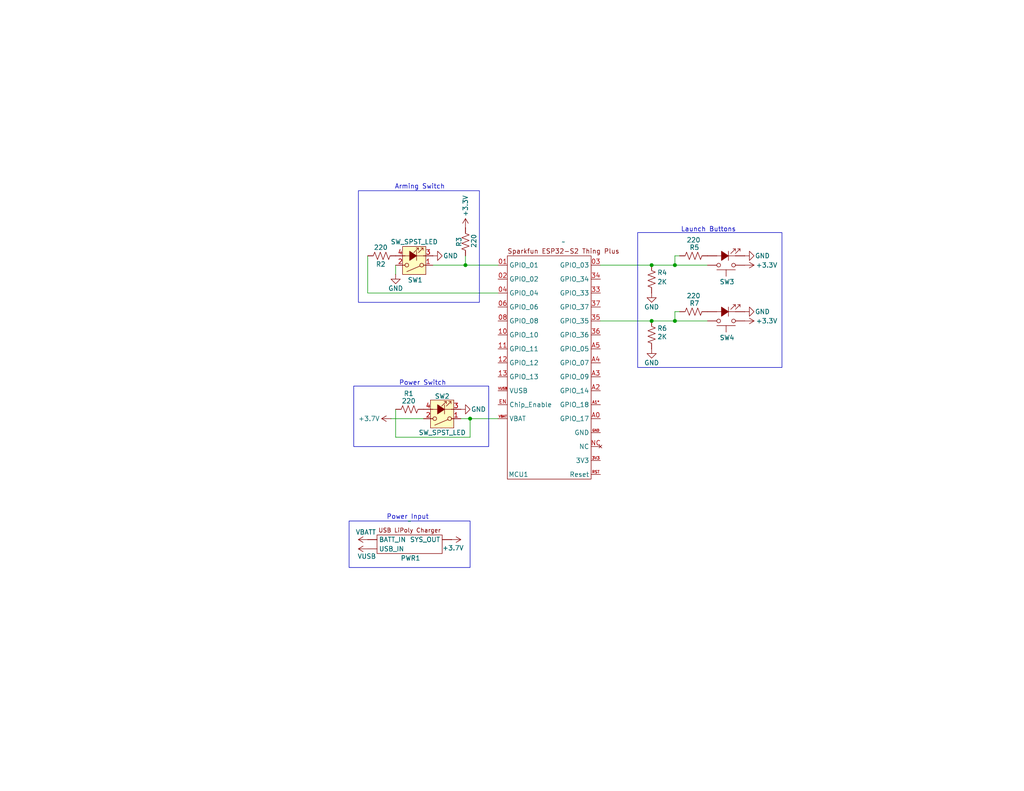
<source format=kicad_sch>
(kicad_sch (version 20231120) (generator "eeschema") (generator_version "8.0")
  (paper "USLetter")
  (title_block (title "Wireless Rocket Ignition Control Box") (date "2024-12-27"))
  (lib_symbols
    (symbol "Device:R_US" (pin_numbers hide) (pin_names (offset 0))
      (property "Reference" "R" (at 2.54 0 90))
      (property "Value" "R_US" (at -2.54 0 90))
      (symbol "R_US_0_1"
        (polyline (pts (xy 0 -2.286) (xy 0 -2.54)))
        (polyline (pts (xy 0 2.286) (xy 0 2.54)))
        (polyline (pts (xy 0 -0.762) (xy 1.016 -1.143) (xy 0 -1.524) (xy -1.016 -1.905) (xy 0 -2.286)))
        (polyline (pts (xy 0 0.762) (xy 1.016 0.381) (xy 0 0) (xy -1.016 -0.381) (xy 0 -0.762)))
        (polyline (pts (xy 0 2.286) (xy 1.016 1.905) (xy 0 1.524) (xy -1.016 1.143) (xy 0 0.762)))
      )
      (symbol "R_US_1_1"
        (pin passive line (at 0 3.81 270) (length 1.27) (name "~") (number "1"))
        (pin passive line (at 0 -3.81 90) (length 1.27) (name "~") (number "2"))
      )
    )
    (symbol "SparkFun-Board:ESP32-S2_Thing_Plus"
      (property "Reference" "MCU" (at 2.286 -49.784 0))
      (symbol "ESP32-S2_Thing_Plus_0_1"
        (rectangle (start 0 10.16) (end 22.86 -50.8))
      )
      (symbol "ESP32-S2_Thing_Plus_1_1"
        (text "Sparkfun ESP32-S2 Thing Plus" (at 0 11.43 0) (effects (font (size 1.27 1.27)) (justify left)))
        (pin bidirectional line (at -2.54 7.62 0) (length 2.54) (name "GPIO_01") (number "01"))
        (pin bidirectional line (at -2.54 3.81 0) (length 2.54) (name "GPIO_02") (number "02"))
        (pin bidirectional line (at 25.4 7.62 180) (length 2.54) (name "GPIO_03") (number "03"))
        (pin bidirectional line (at -2.54 0 0) (length 2.54) (name "GPIO_04") (number "04"))
        (pin bidirectional line (at -2.54 -3.81 0) (length 2.54) (name "GPIO_06") (number "06"))
        (pin bidirectional line (at -2.54 -7.62 0) (length 2.54) (name "GPIO_08") (number "08"))
        (pin bidirectional line (at -2.54 -11.43 0) (length 2.54) (name "GPIO_10") (number "10"))
        (pin bidirectional line (at -2.54 -15.24 0) (length 2.54) (name "GPIO_11") (number "11"))
        (pin bidirectional line (at -2.54 -19.05 0) (length 2.54) (name "GPIO_12") (number "12"))
        (pin bidirectional line (at -2.54 -22.86 0) (length 2.54) (name "GPIO_13") (number "13"))
        (pin bidirectional line (at 25.4 0 180) (length 2.54) (name "GPIO_33") (number "33"))
        (pin bidirectional line (at 25.4 3.81 180) (length 2.54) (name "GPIO_34") (number "34"))
        (pin bidirectional line (at 25.4 -7.62 180) (length 2.54) (name "GPIO_35") (number "35"))
        (pin bidirectional line (at 25.4 -11.43 180) (length 2.54) (name "GPIO_36") (number "36"))
        (pin bidirectional line (at 25.4 -3.81 180) (length 2.54) (name "GPIO_37") (number "37"))
        (pin power_in line (at 25.4 -45.72 180) (length 2.54) (name "3V3") (number "3V3"))
        (pin bidirectional line (at 25.4 -34.29 180) (length 2.54) (name "GPIO_17") (number "A0"))
        (pin bidirectional line (at 25.4 -30.48 180) (length 2.54) (name "GPIO_18") (number "A1*"))
        (pin bidirectional line (at 25.4 -26.67 180) (length 2.54) (name "GPIO_14") (number "A2"))
        (pin bidirectional line (at 25.4 -22.86 180) (length 2.54) (name "GPIO_09") (number "A3"))
        (pin bidirectional line (at 25.4 -19.05 180) (length 2.54) (name "GPIO_07") (number "A4"))
        (pin bidirectional line (at 25.4 -15.24 180) (length 2.54) (name "GPIO_05") (number "A5"))
        (pin input line (at -2.54 -30.48 0) (length 2.54) (name "Chip_Enable") (number "EN"))
        (pin passive line (at 25.4 -38.1 180) (length 2.54) (name "GND") (number "GND"))
        (pin no_connect line (at 25.4 -41.91 180) (length 2.54) (name "NC") (number "NC"))
        (pin input line (at 25.4 -49.53 180) (length 2.54) (name "Reset") (number "RST"))
        (pin power_in line (at -2.54 -34.29 0) (length 2.54) (name "VBAT") (number "VBAT"))
        (pin power_in line (at -2.54 -26.67 0) (length 2.54) (name "VUSB") (number "VUSB"))
      )
    )
    (symbol "SparkFun-IC-Power:USB_LiPoly_Charger_Single_Cell"
      (property "Reference" "PWR" (at 11.176 -5.334 0))
      (symbol "USB_LiPoly_Charger_Single_Cell_0_1"
        (rectangle (start 0 -1.27) (end 17.78 -6.35))
      )
      (symbol "USB_LiPoly_Charger_Single_Cell_1_1"
        (text "USB LiPoly Charger" (at 8.89 0 0) (effects (font (size 1.143 1.143))))
        (pin power_in line (at -2.54 -2.54 0) (length 2.54) (name "BATT_IN") (number ""))
        (pin power_in line (at 20.32 -2.54 180) (length 2.54) (name "SYS_OUT") (number ""))
        (pin power_in line (at -2.54 -5.08 0) (length 2.54) (name "USB_IN") (number ""))
      )
    )
    (symbol "SparkFun-PowerSymbol:VBATT" (power) (pin_names (offset 0))
      (property "Value" "VBATT" (at 0 3.81 0))
      (symbol "VBATT_0_1"
        (polyline (pts (xy -0.762 1.27) (xy 0 2.54)))
        (polyline (pts (xy 0 0) (xy 0 2.54)))
        (polyline (pts (xy 0 2.54) (xy 0.762 1.27)))
      )
      (symbol "VBATT_1_1"
        (pin power_in line (at 0 0 90) (length 0) hide (name "VBATT") (number "1"))
      )
    )
    (symbol "SparkFun-PowerSymbol:VUSB" (power) (pin_names (offset 0))
      (property "Value" "VUSB" (at 0 3.81 0))
      (symbol "VUSB_0_1"
        (polyline (pts (xy -0.762 1.27) (xy 0 2.54)))
        (polyline (pts (xy 0 0) (xy 0 2.54)))
        (polyline (pts (xy 0 2.54) (xy 0.762 1.27)))
      )
      (symbol "VUSB_1_1"
        (pin power_in line (at 0 0 90) (length 0) hide (name "VUSB") (number "1"))
      )
    )
    (symbol "SparkFun-Switch:SPST_Push_PTH_LED-Red" (pin_numbers hide) (pin_names (offset 0) hide)
      (property "Reference" "SW" (at 0 7.62 0))
      (property "Value" "Red" (at 0 -5.08 0))
      (symbol "SPST_Push_PTH_LED-Red_0_0"
        (polyline (pts (xy -3.81 -1.905) (xy -2.54 -0.635)))
        (polyline (pts (xy -2.54 -1.905) (xy -1.27 -0.635)))
        (polyline (pts (xy -2.54 0) (xy 2.54 0)))
        (polyline (pts (xy -0.635 1.27) (xy -0.635 -1.27)))
        (polyline (pts (xy -3.81 -1.27) (xy -3.81 -1.905) (xy -3.175 -1.905)))
        (polyline (pts (xy -2.54 -1.27) (xy -2.54 -1.905) (xy -1.905 -1.905)))
        (polyline (pts (xy -0.635 0) (xy 1.27 1.27) (xy 1.27 -1.27) (xy -0.635 0)) (fill (type outline)))
      )
      (symbol "SPST_Push_PTH_LED-Red_0_1"
        (circle (center -2.032 2.54) (radius 0.508))
        (polyline (pts (xy 0 3.81) (xy 0 5.588)))
        (polyline (pts (xy 2.54 3.81) (xy -2.54 3.81)))
        (circle (center 2.032 2.54) (radius 0.508))
        (pin passive line (at -5.08 2.54 0) (length 2.54) (name "1") (number "1"))
        (pin passive line (at 5.08 2.54 180) (length 2.54) (name "2") (number "2"))
      )
      (symbol "SPST_Push_PTH_LED-Red_1_1"
        (pin passive line (at 5.08 0 180) (length 2.54) (name "A") (number "A"))
        (pin passive line (at -5.08 0 0) (length 2.54) (name "K") (number "K"))
      )
    )
    (symbol "Switch:SW_SPST_LED" (pin_names (offset 1.016) hide)
      (property "Reference" "SW" (at 0 6.35 0))
      (property "Value" "SW_SPST_LED" (at 0 -3.81 0))
      (symbol "SW_SPST_LED_0_0"
        (polyline (pts (xy -2.54 0) (xy 2.54 0)))
        (polyline (pts (xy -2.413 -2.159) (xy -1.143 -0.889)))
        (polyline (pts (xy -1.143 -2.159) (xy 0.127 -0.889)))
        (polyline (pts (xy -0.635 1.27) (xy -0.635 -1.27)))
        (polyline (pts (xy -2.413 -1.524) (xy -2.413 -2.159) (xy -1.778 -2.159)))
        (polyline (pts (xy -1.143 -1.524) (xy -1.143 -2.159) (xy -0.508 -2.159)))
        (polyline (pts (xy -0.635 0) (xy 1.27 1.27) (xy 1.27 -1.27) (xy -0.635 0)) (fill (type outline)))
      )
      (symbol "SW_SPST_LED_0_1"
        (circle (center -2.032 2.54) (radius 0.508))
        (polyline (pts (xy -1.524 2.794) (xy 2.032 4.318)))
        (circle (center 2.032 2.54) (radius 0.508))
        (pin passive line (at -5.08 2.54 0) (length 2.54) (name "1") (number "1"))
        (pin passive line (at 5.08 2.54 180) (length 2.54) (name "2") (number "2"))
        (pin passive line (at -5.08 0 0) (length 2.54) (name "K") (number "3"))
        (pin passive line (at 5.08 0 180) (length 2.54) (name "A") (number "4"))
      )
      (symbol "SW_SPST_LED_1_1"
        (rectangle (start -3.175 5.08) (end 3.175 -2.54) (fill (type background)))
      )
    )
    (symbol "power:+3.3V" (power) (pin_numbers hide) (pin_names (offset 0) hide)
      (property "Value" "+3.3V" (at 0 3.556 0))
      (symbol "+3.3V_0_1"
        (polyline (pts (xy -0.762 1.27) (xy 0 2.54)))
        (polyline (pts (xy 0 0) (xy 0 2.54)))
        (polyline (pts (xy 0 2.54) (xy 0.762 1.27)))
      )
      (symbol "+3.3V_1_1"
        (pin power_in line (at 0 0 90) (length 0) (name "~") (number "1"))
      )
    )
    (symbol "power:GND" (power) (pin_numbers hide) (pin_names (offset 0) hide)
      (property "Value" "GND" (at 0 -3.81 0))
      (symbol "GND_0_1"
        (polyline (pts (xy 0 0) (xy 0 -1.27) (xy 1.27 -1.27) (xy 0 -2.54) (xy -1.27 -1.27) (xy 0 -1.27)))
      )
      (symbol "GND_1_1"
        (pin power_in line (at 0 0 270) (length 0) (name "~") (number "1"))
      )
    )
  )
  (junction (at 127 72.39))
  (junction (at 177.8 72.39))
  (junction (at 177.8 87.63))
  (junction (at 184.15 72.39))
  (junction (at 184.15 87.63))
  (junction (at 128.27 114.3))
  (wire (pts (xy 163.83 72.39) (xy 177.8 72.39)))
  (wire (pts (xy 177.8 87.63) (xy 184.15 87.63)))
  (wire (pts (xy 125.73 114.3) (xy 128.27 114.3)))
  (wire (pts (xy 127 72.39) (xy 135.89 72.39)))
  (wire (pts (xy 184.15 69.85) (xy 184.15 72.39)))
  (wire (pts (xy 184.15 87.63) (xy 193.04 87.63)))
  (wire (pts (xy 163.83 87.63) (xy 177.8 87.63)))
  (wire (pts (xy 184.15 72.39) (xy 193.04 72.39)))
  (wire (pts (xy 106.68 114.3) (xy 115.57 114.3)))
  (wire (pts (xy 177.8 72.39) (xy 184.15 72.39)))
  (wire (pts (xy 107.95 72.39) (xy 107.95 74.93)))
  (wire (pts (xy 128.27 114.3) (xy 135.89 114.3)))
  (wire (pts (xy 184.15 85.09) (xy 184.15 87.63)))
  (wire (pts (xy 107.95 111.76) (xy 107.95 119.38)))
  (wire (pts (xy 184.15 69.85) (xy 185.42 69.85)))
  (wire (pts (xy 185.42 85.09) (xy 184.15 85.09)))
  (wire (pts (xy 128.27 119.38) (xy 128.27 114.3)))
  (wire (pts (xy 100.33 69.85) (xy 100.33 80.01)))
  (wire (pts (xy 107.95 119.38) (xy 128.27 119.38)))
  (wire (pts (xy 100.33 80.01) (xy 135.89 80.01)))
  (wire (pts (xy 118.11 72.39) (xy 127 72.39)))
  (wire (pts (xy 127 69.85) (xy 127 72.39)))
  (rectangle (start 95.25 142.24) (end 128.27 154.94))
  (rectangle (start 97.79 52.07) (end 130.81 82.55))
  (rectangle (start 173.99 63.5) (end 213.36 100.33))
  (rectangle (start 96.52 105.41) (end 133.35 121.92))
  (text "Arming Switch" (at 114.554 51.054 0) (effects (font (size 1.27 1.27))))
  (text "Power Input" (at 111.252 141.224 0) (effects (font (size 1.27 1.27))))
  (text "Power Switch" (at 115.316 104.648 0) (effects (font (size 1.27 1.27))))
  (text "Launch Buttons" (at 193.294 62.738 0) (effects (font (size 1.27 1.27))))
  (symbol (lib_id "power:GND") (at 107.95 74.93 0) (unit 1)
    (property "Reference" "#PWR08" (effects (hide yes)))
    (property "Value" "GND" (at 107.95 78.74 0))
    (property "Description" "Power symbol creates a global label with name \"GND\" , ground" (effects (hide yes)))
  )
  (symbol (lib_id "power:GND") (at 177.8 80.01 0) (unit 1)
    (property "Reference" "#PWR09" (effects (hide yes)))
    (property "Value" "GND" (at 177.8 83.82 0))
    (property "Description" "Power symbol creates a global label with name \"GND\" , ground" (effects (hide yes)))
  )
  (symbol (lib_id "SparkFun-PowerSymbol:VBATT") (at 100.33 147.32 90) (unit 1)
    (property "Reference" "#PWR02" (effects (hide yes)))
    (property "Value" "VBATT" (at 99.822 145.288 90))
    (property "Description" "Power symbol creates a global label with name \"VBATT\"" (effects (hide yes)))
  )
  (symbol (lib_id "power:GND") (at 203.2 69.85 90) (unit 1)
    (property "Reference" "#PWR011" (effects (hide yes)))
    (property "Value" "GND" (at 208.026 69.85 90))
    (property "Description" "Power symbol creates a global label with name \"GND\" , ground" (effects (hide yes)))
  )
  (symbol (lib_id "power:+3.3V") (at 106.68 114.3 90) (unit 1)
    (property "Reference" "#PWR04" (effects (hide yes)))
    (property "Value" "+3.7V" (at 103.632 114.3 90) (effects (justify left)))
    (property "Description" "Power symbol creates a global label with name \"+3.3V\"" (effects (hide yes)))
  )
  (symbol (lib_id "SparkFun-Board:ESP32-S2_Thing_Plus") (at 138.43 80.01 0) (unit 1)
    (property "Reference" "MCU1" (at 141.478 129.54 0))
    (property "Value" "~" (at 153.7506 66.04 0))
  )
  (symbol (lib_id "Device:R_US") (at 189.23 69.85 270) (unit 1)
    (property "Reference" "R5" (at 189.484 67.564 90))
    (property "Value" "220" (at 189.23 65.532 90))
    (property "Description" "Resistor, US symbol" (effects (hide yes)))
  )
  (symbol (lib_id "SparkFun-PowerSymbol:VUSB") (at 100.33 149.86 90) (unit 1)
    (property "Reference" "#PWR03" (effects (hide yes)))
    (property "Value" "VUSB" (at 100.076 151.892 90))
    (property "Description" "Power symbol creates a global label with name \"VUSB\"" (effects (hide yes)))
  )
  (symbol (lib_id "SparkFun-Switch:SPST_Push_PTH_LED-Red") (at 198.12 85.09 180) (unit 1)
    (property "Reference" "SW4" (at 198.374 92.202 0))
    (property "Value" "Red" (effects (hide yes)))
    (property "Footprint" "SparkFun-Switch:Push_PTH_12x12mm_LED" (effects (hide yes)))
    (property "Datasheet" "https://www.sparkfun.com/datasheets/Components/General/TSD1265.png" (effects (hide yes)))
    (property "Description" "Single Pole Single Throw (SPST) switch" (effects (hide yes)))
    (property "PROD_ID" "SWCH-11758" (effects (hide yes)))
    (property "Mfg Part#" "TSL-012 (Red)" (effects (hide yes)))
  )
  (symbol (lib_id "Device:R_US") (at 177.8 91.44 0) (unit 1)
    (property "Reference" "R6" (at 179.324 89.662 0) (effects (justify left)))
    (property "Value" "2K" (at 179.324 91.948 0) (effects (justify left)))
    (property "Description" "Resistor, US symbol" (effects (hide yes)))
  )
  (symbol (lib_id "power:+3.3V") (at 203.2 87.63 270) (unit 1)
    (property "Reference" "#PWR014" (effects (hide yes)))
    (property "Value" "+3.3V" (at 206.248 87.63 90) (effects (justify left)))
    (property "Description" "Power symbol creates a global label with name \"+3.3V\"" (effects (hide yes)))
  )
  (symbol (lib_id "SparkFun-IC-Power:USB_LiPoly_Charger_Single_Cell") (at 102.87 144.78 0) (unit 1)
    (property "Reference" "PWR1" (at 112.014 152.4 0))
    (property "Value" "~" (at 111.76 142.24 0))
  )
  (symbol (lib_id "power:+3.3V") (at 127 62.23 0) (unit 1)
    (property "Reference" "#PWR06" (effects (hide yes)))
    (property "Value" "+3.3V" (at 127 59.182 90) (effects (justify left)))
    (property "Description" "Power symbol creates a global label with name \"+3.3V\"" (effects (hide yes)))
  )
  (symbol (lib_id "Switch:SW_SPST_LED") (at 120.65 111.76 180) (unit 1)
    (property "Reference" "SW2" (at 120.65 108.204 0))
    (property "Value" "SW_SPST_LED" (at 120.65 118.11 0))
    (property "Description" "Single Pole Single Throw (SPST) switch with LED, generic" (effects (hide yes)))
  )
  (symbol (lib_id "Device:R_US") (at 104.14 69.85 90) (unit 1)
    (property "Reference" "R2" (at 103.886 72.136 90))
    (property "Value" "220" (at 103.886 67.564 90))
    (property "Description" "Resistor, US symbol" (effects (hide yes)))
  )
  (symbol (lib_id "power:+3.3V") (at 203.2 72.39 270) (unit 1)
    (property "Reference" "#PWR010" (effects (hide yes)))
    (property "Value" "+3.3V" (at 206.248 72.39 90) (effects (justify left)))
    (property "Description" "Power symbol creates a global label with name \"+3.3V\"" (effects (hide yes)))
  )
  (symbol (lib_id "Switch:SW_SPST_LED") (at 113.03 69.85 180) (unit 1)
    (property "Reference" "SW1" (at 113.284 76.454 0))
    (property "Value" "SW_SPST_LED" (at 113.03 66.04 0))
    (property "Description" "Single Pole Single Throw (SPST) switch with LED, generic" (effects (hide yes)))
  )
  (symbol (lib_id "power:GND") (at 203.2 85.09 90) (unit 1)
    (property "Reference" "#PWR013" (effects (hide yes)))
    (property "Value" "GND" (at 208.026 85.09 90))
    (property "Description" "Power symbol creates a global label with name \"GND\" , ground" (effects (hide yes)))
  )
  (symbol (lib_id "Device:R_US") (at 189.23 85.09 270) (unit 1)
    (property "Reference" "R7" (at 189.484 82.804 90))
    (property "Value" "220" (at 189.23 80.772 90))
    (property "Description" "Resistor, US symbol" (effects (hide yes)))
  )
  (symbol (lib_id "power:GND") (at 125.73 111.76 90) (unit 1)
    (property "Reference" "#PWR05" (effects (hide yes)))
    (property "Value" "GND" (at 130.556 111.76 90))
    (property "Description" "Power symbol creates a global label with name \"GND\" , ground" (effects (hide yes)))
  )
  (symbol (lib_id "SparkFun-Switch:SPST_Push_PTH_LED-Red") (at 198.12 69.85 180) (unit 1)
    (property "Reference" "SW3" (at 198.374 76.962 0))
    (property "Value" "Red" (effects (hide yes)))
    (property "Footprint" "SparkFun-Switch:Push_PTH_12x12mm_LED" (effects (hide yes)))
    (property "Datasheet" "https://www.sparkfun.com/datasheets/Components/General/TSD1265.png" (effects (hide yes)))
    (property "Description" "Single Pole Single Throw (SPST) switch" (effects (hide yes)))
    (property "PROD_ID" "SWCH-11758" (effects (hide yes)))
    (property "Mfg Part#" "TSL-012 (Red)" (effects (hide yes)))
  )
  (symbol (lib_id "power:GND") (at 118.11 69.85 90) (unit 1)
    (property "Reference" "#PWR07" (effects (hide yes)))
    (property "Value" "GND" (at 122.936 69.85 90))
    (property "Description" "Power symbol creates a global label with name \"GND\" , ground" (effects (hide yes)))
  )
  (symbol (lib_id "power:+3.3V") (at 123.19 147.32 270) (unit 1)
    (property "Reference" "#PWR01" (effects (hide yes)))
    (property "Value" "+3.7V" (at 120.65 149.606 90) (effects (justify left)))
    (property "Description" "Power symbol creates a global label with name \"+3.3V\"" (effects (hide yes)))
  )
  (symbol (lib_id "power:GND") (at 177.8 95.25 0) (unit 1)
    (property "Reference" "#PWR012" (effects (hide yes)))
    (property "Value" "GND" (at 177.8 99.06 0))
    (property "Description" "Power symbol creates a global label with name \"GND\" , ground" (effects (hide yes)))
  )
  (symbol (lib_id "Device:R_US") (at 111.76 111.76 90) (unit 1)
    (property "Reference" "R1" (at 111.506 107.442 90))
    (property "Value" "220" (at 111.506 109.474 90))
    (property "Description" "Resistor, US symbol" (effects (hide yes)))
  )
  (symbol (lib_id "Device:R_US") (at 127 66.04 0) (unit 1)
    (property "Reference" "R3" (at 125.222 66.04 90))
    (property "Value" "220" (at 129.286 65.786 90))
    (property "Description" "Resistor, US symbol" (effects (hide yes)))
  )
  (symbol (lib_id "Device:R_US") (at 177.8 76.2 0) (unit 1)
    (property "Reference" "R4" (at 179.324 74.422 0) (effects (justify left)))
    (property "Value" "2K" (at 179.324 76.962 0) (effects (justify left)))
    (property "Description" "Resistor, US symbol" (effects (hide yes)))
  )
)
</source>
